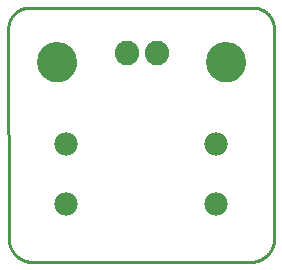
<source format=gbs>
G04 EAGLE Gerber RS-274X export*
G75*
%MOMM*%
%FSLAX34Y34*%
%LPD*%
%INSolder Mask bottom*%
%IPPOS*%
%AMOC8*
5,1,8,0,0,1.08239X$1,22.5*%
G01*
%ADD10C,0.000000*%
%ADD11C,3.403200*%
%ADD12C,0.254000*%
%ADD13C,1.981200*%
%ADD14C,2.082800*%
%ADD15C,0.959600*%


D10*
X-87500Y64000D02*
X-87495Y64393D01*
X-87481Y64785D01*
X-87457Y65177D01*
X-87423Y65568D01*
X-87380Y65959D01*
X-87327Y66348D01*
X-87264Y66735D01*
X-87193Y67121D01*
X-87111Y67506D01*
X-87021Y67888D01*
X-86920Y68267D01*
X-86811Y68645D01*
X-86692Y69019D01*
X-86565Y69390D01*
X-86428Y69758D01*
X-86282Y70123D01*
X-86127Y70484D01*
X-85964Y70841D01*
X-85792Y71194D01*
X-85611Y71542D01*
X-85421Y71886D01*
X-85224Y72226D01*
X-85018Y72560D01*
X-84804Y72889D01*
X-84581Y73213D01*
X-84351Y73531D01*
X-84114Y73844D01*
X-83868Y74150D01*
X-83615Y74451D01*
X-83355Y74745D01*
X-83088Y75033D01*
X-82814Y75314D01*
X-82533Y75588D01*
X-82245Y75855D01*
X-81951Y76115D01*
X-81650Y76368D01*
X-81344Y76614D01*
X-81031Y76851D01*
X-80713Y77081D01*
X-80389Y77304D01*
X-80060Y77518D01*
X-79726Y77724D01*
X-79386Y77921D01*
X-79042Y78111D01*
X-78694Y78292D01*
X-78341Y78464D01*
X-77984Y78627D01*
X-77623Y78782D01*
X-77258Y78928D01*
X-76890Y79065D01*
X-76519Y79192D01*
X-76145Y79311D01*
X-75767Y79420D01*
X-75388Y79521D01*
X-75006Y79611D01*
X-74621Y79693D01*
X-74235Y79764D01*
X-73848Y79827D01*
X-73459Y79880D01*
X-73068Y79923D01*
X-72677Y79957D01*
X-72285Y79981D01*
X-71893Y79995D01*
X-71500Y80000D01*
X-71107Y79995D01*
X-70715Y79981D01*
X-70323Y79957D01*
X-69932Y79923D01*
X-69541Y79880D01*
X-69152Y79827D01*
X-68765Y79764D01*
X-68379Y79693D01*
X-67994Y79611D01*
X-67612Y79521D01*
X-67233Y79420D01*
X-66855Y79311D01*
X-66481Y79192D01*
X-66110Y79065D01*
X-65742Y78928D01*
X-65377Y78782D01*
X-65016Y78627D01*
X-64659Y78464D01*
X-64306Y78292D01*
X-63958Y78111D01*
X-63614Y77921D01*
X-63274Y77724D01*
X-62940Y77518D01*
X-62611Y77304D01*
X-62287Y77081D01*
X-61969Y76851D01*
X-61656Y76614D01*
X-61350Y76368D01*
X-61049Y76115D01*
X-60755Y75855D01*
X-60467Y75588D01*
X-60186Y75314D01*
X-59912Y75033D01*
X-59645Y74745D01*
X-59385Y74451D01*
X-59132Y74150D01*
X-58886Y73844D01*
X-58649Y73531D01*
X-58419Y73213D01*
X-58196Y72889D01*
X-57982Y72560D01*
X-57776Y72226D01*
X-57579Y71886D01*
X-57389Y71542D01*
X-57208Y71194D01*
X-57036Y70841D01*
X-56873Y70484D01*
X-56718Y70123D01*
X-56572Y69758D01*
X-56435Y69390D01*
X-56308Y69019D01*
X-56189Y68645D01*
X-56080Y68267D01*
X-55979Y67888D01*
X-55889Y67506D01*
X-55807Y67121D01*
X-55736Y66735D01*
X-55673Y66348D01*
X-55620Y65959D01*
X-55577Y65568D01*
X-55543Y65177D01*
X-55519Y64785D01*
X-55505Y64393D01*
X-55500Y64000D01*
X-55505Y63607D01*
X-55519Y63215D01*
X-55543Y62823D01*
X-55577Y62432D01*
X-55620Y62041D01*
X-55673Y61652D01*
X-55736Y61265D01*
X-55807Y60879D01*
X-55889Y60494D01*
X-55979Y60112D01*
X-56080Y59733D01*
X-56189Y59355D01*
X-56308Y58981D01*
X-56435Y58610D01*
X-56572Y58242D01*
X-56718Y57877D01*
X-56873Y57516D01*
X-57036Y57159D01*
X-57208Y56806D01*
X-57389Y56458D01*
X-57579Y56114D01*
X-57776Y55774D01*
X-57982Y55440D01*
X-58196Y55111D01*
X-58419Y54787D01*
X-58649Y54469D01*
X-58886Y54156D01*
X-59132Y53850D01*
X-59385Y53549D01*
X-59645Y53255D01*
X-59912Y52967D01*
X-60186Y52686D01*
X-60467Y52412D01*
X-60755Y52145D01*
X-61049Y51885D01*
X-61350Y51632D01*
X-61656Y51386D01*
X-61969Y51149D01*
X-62287Y50919D01*
X-62611Y50696D01*
X-62940Y50482D01*
X-63274Y50276D01*
X-63614Y50079D01*
X-63958Y49889D01*
X-64306Y49708D01*
X-64659Y49536D01*
X-65016Y49373D01*
X-65377Y49218D01*
X-65742Y49072D01*
X-66110Y48935D01*
X-66481Y48808D01*
X-66855Y48689D01*
X-67233Y48580D01*
X-67612Y48479D01*
X-67994Y48389D01*
X-68379Y48307D01*
X-68765Y48236D01*
X-69152Y48173D01*
X-69541Y48120D01*
X-69932Y48077D01*
X-70323Y48043D01*
X-70715Y48019D01*
X-71107Y48005D01*
X-71500Y48000D01*
X-71893Y48005D01*
X-72285Y48019D01*
X-72677Y48043D01*
X-73068Y48077D01*
X-73459Y48120D01*
X-73848Y48173D01*
X-74235Y48236D01*
X-74621Y48307D01*
X-75006Y48389D01*
X-75388Y48479D01*
X-75767Y48580D01*
X-76145Y48689D01*
X-76519Y48808D01*
X-76890Y48935D01*
X-77258Y49072D01*
X-77623Y49218D01*
X-77984Y49373D01*
X-78341Y49536D01*
X-78694Y49708D01*
X-79042Y49889D01*
X-79386Y50079D01*
X-79726Y50276D01*
X-80060Y50482D01*
X-80389Y50696D01*
X-80713Y50919D01*
X-81031Y51149D01*
X-81344Y51386D01*
X-81650Y51632D01*
X-81951Y51885D01*
X-82245Y52145D01*
X-82533Y52412D01*
X-82814Y52686D01*
X-83088Y52967D01*
X-83355Y53255D01*
X-83615Y53549D01*
X-83868Y53850D01*
X-84114Y54156D01*
X-84351Y54469D01*
X-84581Y54787D01*
X-84804Y55111D01*
X-85018Y55440D01*
X-85224Y55774D01*
X-85421Y56114D01*
X-85611Y56458D01*
X-85792Y56806D01*
X-85964Y57159D01*
X-86127Y57516D01*
X-86282Y57877D01*
X-86428Y58242D01*
X-86565Y58610D01*
X-86692Y58981D01*
X-86811Y59355D01*
X-86920Y59733D01*
X-87021Y60112D01*
X-87111Y60494D01*
X-87193Y60879D01*
X-87264Y61265D01*
X-87327Y61652D01*
X-87380Y62041D01*
X-87423Y62432D01*
X-87457Y62823D01*
X-87481Y63215D01*
X-87495Y63607D01*
X-87500Y64000D01*
D11*
X-71500Y64000D03*
D10*
X55500Y64000D02*
X55505Y64393D01*
X55519Y64785D01*
X55543Y65177D01*
X55577Y65568D01*
X55620Y65959D01*
X55673Y66348D01*
X55736Y66735D01*
X55807Y67121D01*
X55889Y67506D01*
X55979Y67888D01*
X56080Y68267D01*
X56189Y68645D01*
X56308Y69019D01*
X56435Y69390D01*
X56572Y69758D01*
X56718Y70123D01*
X56873Y70484D01*
X57036Y70841D01*
X57208Y71194D01*
X57389Y71542D01*
X57579Y71886D01*
X57776Y72226D01*
X57982Y72560D01*
X58196Y72889D01*
X58419Y73213D01*
X58649Y73531D01*
X58886Y73844D01*
X59132Y74150D01*
X59385Y74451D01*
X59645Y74745D01*
X59912Y75033D01*
X60186Y75314D01*
X60467Y75588D01*
X60755Y75855D01*
X61049Y76115D01*
X61350Y76368D01*
X61656Y76614D01*
X61969Y76851D01*
X62287Y77081D01*
X62611Y77304D01*
X62940Y77518D01*
X63274Y77724D01*
X63614Y77921D01*
X63958Y78111D01*
X64306Y78292D01*
X64659Y78464D01*
X65016Y78627D01*
X65377Y78782D01*
X65742Y78928D01*
X66110Y79065D01*
X66481Y79192D01*
X66855Y79311D01*
X67233Y79420D01*
X67612Y79521D01*
X67994Y79611D01*
X68379Y79693D01*
X68765Y79764D01*
X69152Y79827D01*
X69541Y79880D01*
X69932Y79923D01*
X70323Y79957D01*
X70715Y79981D01*
X71107Y79995D01*
X71500Y80000D01*
X71893Y79995D01*
X72285Y79981D01*
X72677Y79957D01*
X73068Y79923D01*
X73459Y79880D01*
X73848Y79827D01*
X74235Y79764D01*
X74621Y79693D01*
X75006Y79611D01*
X75388Y79521D01*
X75767Y79420D01*
X76145Y79311D01*
X76519Y79192D01*
X76890Y79065D01*
X77258Y78928D01*
X77623Y78782D01*
X77984Y78627D01*
X78341Y78464D01*
X78694Y78292D01*
X79042Y78111D01*
X79386Y77921D01*
X79726Y77724D01*
X80060Y77518D01*
X80389Y77304D01*
X80713Y77081D01*
X81031Y76851D01*
X81344Y76614D01*
X81650Y76368D01*
X81951Y76115D01*
X82245Y75855D01*
X82533Y75588D01*
X82814Y75314D01*
X83088Y75033D01*
X83355Y74745D01*
X83615Y74451D01*
X83868Y74150D01*
X84114Y73844D01*
X84351Y73531D01*
X84581Y73213D01*
X84804Y72889D01*
X85018Y72560D01*
X85224Y72226D01*
X85421Y71886D01*
X85611Y71542D01*
X85792Y71194D01*
X85964Y70841D01*
X86127Y70484D01*
X86282Y70123D01*
X86428Y69758D01*
X86565Y69390D01*
X86692Y69019D01*
X86811Y68645D01*
X86920Y68267D01*
X87021Y67888D01*
X87111Y67506D01*
X87193Y67121D01*
X87264Y66735D01*
X87327Y66348D01*
X87380Y65959D01*
X87423Y65568D01*
X87457Y65177D01*
X87481Y64785D01*
X87495Y64393D01*
X87500Y64000D01*
X87495Y63607D01*
X87481Y63215D01*
X87457Y62823D01*
X87423Y62432D01*
X87380Y62041D01*
X87327Y61652D01*
X87264Y61265D01*
X87193Y60879D01*
X87111Y60494D01*
X87021Y60112D01*
X86920Y59733D01*
X86811Y59355D01*
X86692Y58981D01*
X86565Y58610D01*
X86428Y58242D01*
X86282Y57877D01*
X86127Y57516D01*
X85964Y57159D01*
X85792Y56806D01*
X85611Y56458D01*
X85421Y56114D01*
X85224Y55774D01*
X85018Y55440D01*
X84804Y55111D01*
X84581Y54787D01*
X84351Y54469D01*
X84114Y54156D01*
X83868Y53850D01*
X83615Y53549D01*
X83355Y53255D01*
X83088Y52967D01*
X82814Y52686D01*
X82533Y52412D01*
X82245Y52145D01*
X81951Y51885D01*
X81650Y51632D01*
X81344Y51386D01*
X81031Y51149D01*
X80713Y50919D01*
X80389Y50696D01*
X80060Y50482D01*
X79726Y50276D01*
X79386Y50079D01*
X79042Y49889D01*
X78694Y49708D01*
X78341Y49536D01*
X77984Y49373D01*
X77623Y49218D01*
X77258Y49072D01*
X76890Y48935D01*
X76519Y48808D01*
X76145Y48689D01*
X75767Y48580D01*
X75388Y48479D01*
X75006Y48389D01*
X74621Y48307D01*
X74235Y48236D01*
X73848Y48173D01*
X73459Y48120D01*
X73068Y48077D01*
X72677Y48043D01*
X72285Y48019D01*
X71893Y48005D01*
X71500Y48000D01*
X71107Y48005D01*
X70715Y48019D01*
X70323Y48043D01*
X69932Y48077D01*
X69541Y48120D01*
X69152Y48173D01*
X68765Y48236D01*
X68379Y48307D01*
X67994Y48389D01*
X67612Y48479D01*
X67233Y48580D01*
X66855Y48689D01*
X66481Y48808D01*
X66110Y48935D01*
X65742Y49072D01*
X65377Y49218D01*
X65016Y49373D01*
X64659Y49536D01*
X64306Y49708D01*
X63958Y49889D01*
X63614Y50079D01*
X63274Y50276D01*
X62940Y50482D01*
X62611Y50696D01*
X62287Y50919D01*
X61969Y51149D01*
X61656Y51386D01*
X61350Y51632D01*
X61049Y51885D01*
X60755Y52145D01*
X60467Y52412D01*
X60186Y52686D01*
X59912Y52967D01*
X59645Y53255D01*
X59385Y53549D01*
X59132Y53850D01*
X58886Y54156D01*
X58649Y54469D01*
X58419Y54787D01*
X58196Y55111D01*
X57982Y55440D01*
X57776Y55774D01*
X57579Y56114D01*
X57389Y56458D01*
X57208Y56806D01*
X57036Y57159D01*
X56873Y57516D01*
X56718Y57877D01*
X56572Y58242D01*
X56435Y58610D01*
X56308Y58981D01*
X56189Y59355D01*
X56080Y59733D01*
X55979Y60112D01*
X55889Y60494D01*
X55807Y60879D01*
X55736Y61265D01*
X55673Y61652D01*
X55620Y62041D01*
X55577Y62432D01*
X55543Y62823D01*
X55519Y63215D01*
X55505Y63607D01*
X55500Y64000D01*
D11*
X71500Y64000D03*
D12*
X112269Y92579D02*
X112500Y-84654D01*
X112269Y92579D02*
X112263Y93015D01*
X112246Y93451D01*
X112219Y93886D01*
X112181Y94320D01*
X112133Y94754D01*
X112073Y95186D01*
X112004Y95616D01*
X111923Y96045D01*
X111832Y96471D01*
X111731Y96895D01*
X111620Y97316D01*
X111498Y97735D01*
X111366Y98151D01*
X111223Y98563D01*
X111071Y98971D01*
X110909Y99376D01*
X110736Y99776D01*
X110554Y100173D01*
X110363Y100564D01*
X110162Y100951D01*
X109951Y101333D01*
X109731Y101709D01*
X109502Y102080D01*
X109264Y102445D01*
X109017Y102805D01*
X108761Y103158D01*
X108497Y103505D01*
X108224Y103845D01*
X107943Y104178D01*
X107654Y104505D01*
X107357Y104824D01*
X107053Y105136D01*
X106740Y105440D01*
X106421Y105736D01*
X106094Y106025D01*
X105760Y106305D01*
X105420Y106578D01*
X105072Y106842D01*
X104719Y107097D01*
X104359Y107343D01*
X103994Y107581D01*
X103622Y107809D01*
X103246Y108029D01*
X102864Y108239D01*
X102476Y108439D01*
X102085Y108630D01*
X101688Y108812D01*
X101287Y108983D01*
X100882Y109145D01*
X100474Y109297D01*
X100061Y109438D01*
X99646Y109570D01*
X99227Y109691D01*
X98805Y109802D01*
X98381Y109903D01*
X97955Y109993D01*
X97526Y110073D01*
X97095Y110142D01*
X96663Y110201D01*
X96230Y110249D01*
X95796Y110286D01*
X95361Y110313D01*
X94925Y110329D01*
X94489Y110334D01*
X-94951Y110334D01*
X-95381Y110329D01*
X-95811Y110313D01*
X-96240Y110287D01*
X-96668Y110251D01*
X-97096Y110204D01*
X-97522Y110147D01*
X-97947Y110080D01*
X-98370Y110002D01*
X-98791Y109914D01*
X-99209Y109817D01*
X-99626Y109708D01*
X-100039Y109590D01*
X-100450Y109462D01*
X-100857Y109324D01*
X-101261Y109177D01*
X-101661Y109019D01*
X-102057Y108852D01*
X-102449Y108676D01*
X-102837Y108490D01*
X-103220Y108294D01*
X-103598Y108090D01*
X-103971Y107876D01*
X-104339Y107653D01*
X-104702Y107422D01*
X-105058Y107182D01*
X-105409Y106933D01*
X-105754Y106676D01*
X-106092Y106411D01*
X-106424Y106137D01*
X-106749Y105856D01*
X-107067Y105566D01*
X-107378Y105270D01*
X-107682Y104965D01*
X-107979Y104654D01*
X-108268Y104335D01*
X-108549Y104010D01*
X-108822Y103678D01*
X-109087Y103339D01*
X-109343Y102994D01*
X-109592Y102643D01*
X-109831Y102286D01*
X-110062Y101923D01*
X-110284Y101555D01*
X-110498Y101181D01*
X-110702Y100803D01*
X-110897Y100420D01*
X-111082Y100032D01*
X-111258Y99639D01*
X-111425Y99243D01*
X-111582Y98843D01*
X-111729Y98439D01*
X-111866Y98031D01*
X-111994Y97621D01*
X-112111Y97207D01*
X-112219Y96791D01*
X-112316Y96372D01*
X-112404Y95951D01*
X-112481Y95528D01*
X-112547Y95103D01*
X-112604Y94677D01*
X-112650Y94249D01*
X-112686Y93820D01*
X-112711Y93391D01*
X-112726Y92961D01*
X-112731Y92531D01*
X-112500Y-84702D01*
X-112493Y-85201D01*
X-112474Y-85699D01*
X-112443Y-86196D01*
X-112400Y-86692D01*
X-112344Y-87188D01*
X-112277Y-87681D01*
X-112197Y-88173D01*
X-112105Y-88663D01*
X-112002Y-89151D01*
X-111886Y-89635D01*
X-111759Y-90117D01*
X-111619Y-90596D01*
X-111468Y-91071D01*
X-111306Y-91542D01*
X-111132Y-92009D01*
X-110946Y-92471D01*
X-110750Y-92929D01*
X-110542Y-93382D01*
X-110323Y-93830D01*
X-110093Y-94272D01*
X-109852Y-94708D01*
X-109601Y-95139D01*
X-109339Y-95563D01*
X-109067Y-95980D01*
X-108785Y-96391D01*
X-108493Y-96795D01*
X-108191Y-97191D01*
X-107879Y-97580D01*
X-107558Y-97961D01*
X-107228Y-98334D01*
X-106888Y-98699D01*
X-106540Y-99056D01*
X-106183Y-99404D01*
X-105818Y-99743D01*
X-105444Y-100072D01*
X-105063Y-100393D01*
X-104674Y-100704D01*
X-104277Y-101006D01*
X-103873Y-101298D01*
X-103462Y-101579D01*
X-103044Y-101851D01*
X-102620Y-102112D01*
X-102189Y-102363D01*
X-101752Y-102603D01*
X-101310Y-102833D01*
X-100862Y-103051D01*
X-100409Y-103259D01*
X-99951Y-103455D01*
X-99488Y-103640D01*
X-99021Y-103813D01*
X-98550Y-103975D01*
X-98074Y-104126D01*
X-97596Y-104265D01*
X-97114Y-104391D01*
X-96629Y-104507D01*
X-96141Y-104610D01*
X-95652Y-104701D01*
X-95159Y-104780D01*
X-94666Y-104847D01*
X-94170Y-104902D01*
X-93674Y-104945D01*
X-93176Y-104975D01*
X-92678Y-104994D01*
X-92180Y-105000D01*
X92180Y-105000D01*
X92671Y-104994D01*
X93163Y-104976D01*
X93653Y-104947D01*
X94143Y-104905D01*
X94631Y-104852D01*
X95118Y-104786D01*
X95604Y-104709D01*
X96087Y-104621D01*
X96568Y-104521D01*
X97047Y-104409D01*
X97522Y-104285D01*
X97995Y-104150D01*
X98464Y-104004D01*
X98930Y-103846D01*
X99391Y-103677D01*
X99848Y-103497D01*
X100301Y-103307D01*
X100749Y-103105D01*
X101192Y-102892D01*
X101630Y-102669D01*
X102062Y-102435D01*
X102489Y-102191D01*
X102909Y-101936D01*
X103324Y-101672D01*
X103731Y-101397D01*
X104132Y-101113D01*
X104526Y-100819D01*
X104913Y-100516D01*
X105292Y-100203D01*
X105664Y-99882D01*
X106027Y-99551D01*
X106383Y-99212D01*
X106730Y-98864D01*
X107069Y-98508D01*
X107399Y-98144D01*
X107720Y-97772D01*
X108032Y-97393D01*
X108335Y-97006D01*
X108628Y-96611D01*
X108912Y-96210D01*
X109186Y-95802D01*
X109450Y-95388D01*
X109704Y-94967D01*
X109947Y-94540D01*
X110181Y-94107D01*
X110403Y-93669D01*
X110616Y-93226D01*
X110817Y-92778D01*
X111007Y-92325D01*
X111187Y-91867D01*
X111355Y-91405D01*
X111512Y-90940D01*
X111658Y-90470D01*
X111792Y-89998D01*
X111915Y-89522D01*
X112026Y-89043D01*
X112126Y-88562D01*
X112214Y-88078D01*
X112290Y-87593D01*
X112355Y-87106D01*
X112407Y-86617D01*
X112448Y-86127D01*
X112477Y-85637D01*
X112495Y-85146D01*
X112500Y-84654D01*
D13*
X-63500Y-4900D03*
X-63500Y-55700D03*
X63500Y-55700D03*
X63500Y-4900D03*
D14*
X-12160Y72020D03*
X13240Y72020D03*
D15*
X13208Y71988D03*
M02*

</source>
